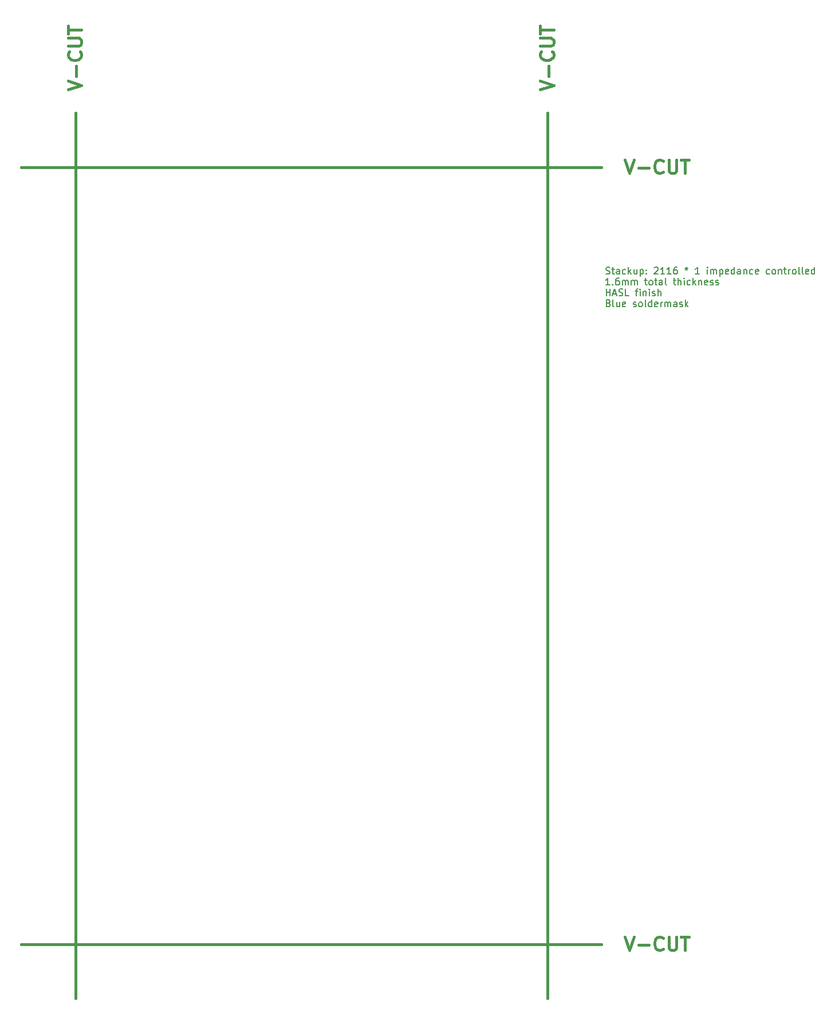
<source format=gbr>
G04 #@! TF.GenerationSoftware,KiCad,Pcbnew,6.0.11+dfsg-1*
G04 #@! TF.CreationDate,2023-09-07T21:49:32+01:00*
G04 #@! TF.ProjectId,low-noise-power-probe-panel,6c6f772d-6e6f-4697-9365-2d706f776572,rev?*
G04 #@! TF.SameCoordinates,Original*
G04 #@! TF.FileFunction,Other,Comment*
%FSLAX46Y46*%
G04 Gerber Fmt 4.6, Leading zero omitted, Abs format (unit mm)*
G04 Created by KiCad (PCBNEW 6.0.11+dfsg-1) date 2023-09-07 21:49:32*
%MOMM*%
%LPD*%
G01*
G04 APERTURE LIST*
%ADD10C,0.400000*%
%ADD11C,0.150000*%
G04 APERTURE END LIST*
D10*
X167100000Y-139800000D02*
X252900000Y-139800000D01*
X167100000Y-25000000D02*
X252900000Y-25000000D01*
X244900000Y-17000000D02*
X244900000Y-147800000D01*
X175100000Y-17000000D02*
X175100000Y-147800000D01*
X174004761Y-13549523D02*
X176004761Y-12882857D01*
X174004761Y-12216190D01*
X175242857Y-11549523D02*
X175242857Y-10025714D01*
X175814285Y-7930476D02*
X175909523Y-8025714D01*
X176004761Y-8311428D01*
X176004761Y-8501904D01*
X175909523Y-8787619D01*
X175719047Y-8978095D01*
X175528571Y-9073333D01*
X175147619Y-9168571D01*
X174861904Y-9168571D01*
X174480952Y-9073333D01*
X174290476Y-8978095D01*
X174100000Y-8787619D01*
X174004761Y-8501904D01*
X174004761Y-8311428D01*
X174100000Y-8025714D01*
X174195238Y-7930476D01*
X174004761Y-7073333D02*
X175623809Y-7073333D01*
X175814285Y-6978095D01*
X175909523Y-6882857D01*
X176004761Y-6692380D01*
X176004761Y-6311428D01*
X175909523Y-6120952D01*
X175814285Y-6025714D01*
X175623809Y-5930476D01*
X174004761Y-5930476D01*
X174004761Y-5263809D02*
X174004761Y-4120952D01*
X176004761Y-4692380D02*
X174004761Y-4692380D01*
D11*
X253537976Y-40739761D02*
X253680833Y-40787380D01*
X253918928Y-40787380D01*
X254014166Y-40739761D01*
X254061785Y-40692142D01*
X254109404Y-40596904D01*
X254109404Y-40501666D01*
X254061785Y-40406428D01*
X254014166Y-40358809D01*
X253918928Y-40311190D01*
X253728452Y-40263571D01*
X253633214Y-40215952D01*
X253585595Y-40168333D01*
X253537976Y-40073095D01*
X253537976Y-39977857D01*
X253585595Y-39882619D01*
X253633214Y-39835000D01*
X253728452Y-39787380D01*
X253966547Y-39787380D01*
X254109404Y-39835000D01*
X254395119Y-40120714D02*
X254776071Y-40120714D01*
X254537976Y-39787380D02*
X254537976Y-40644523D01*
X254585595Y-40739761D01*
X254680833Y-40787380D01*
X254776071Y-40787380D01*
X255537976Y-40787380D02*
X255537976Y-40263571D01*
X255490357Y-40168333D01*
X255395119Y-40120714D01*
X255204642Y-40120714D01*
X255109404Y-40168333D01*
X255537976Y-40739761D02*
X255442738Y-40787380D01*
X255204642Y-40787380D01*
X255109404Y-40739761D01*
X255061785Y-40644523D01*
X255061785Y-40549285D01*
X255109404Y-40454047D01*
X255204642Y-40406428D01*
X255442738Y-40406428D01*
X255537976Y-40358809D01*
X256442738Y-40739761D02*
X256347500Y-40787380D01*
X256157023Y-40787380D01*
X256061785Y-40739761D01*
X256014166Y-40692142D01*
X255966547Y-40596904D01*
X255966547Y-40311190D01*
X256014166Y-40215952D01*
X256061785Y-40168333D01*
X256157023Y-40120714D01*
X256347500Y-40120714D01*
X256442738Y-40168333D01*
X256871309Y-40787380D02*
X256871309Y-39787380D01*
X256966547Y-40406428D02*
X257252261Y-40787380D01*
X257252261Y-40120714D02*
X256871309Y-40501666D01*
X258109404Y-40120714D02*
X258109404Y-40787380D01*
X257680833Y-40120714D02*
X257680833Y-40644523D01*
X257728452Y-40739761D01*
X257823690Y-40787380D01*
X257966547Y-40787380D01*
X258061785Y-40739761D01*
X258109404Y-40692142D01*
X258585595Y-40120714D02*
X258585595Y-41120714D01*
X258585595Y-40168333D02*
X258680833Y-40120714D01*
X258871309Y-40120714D01*
X258966547Y-40168333D01*
X259014166Y-40215952D01*
X259061785Y-40311190D01*
X259061785Y-40596904D01*
X259014166Y-40692142D01*
X258966547Y-40739761D01*
X258871309Y-40787380D01*
X258680833Y-40787380D01*
X258585595Y-40739761D01*
X259490357Y-40692142D02*
X259537976Y-40739761D01*
X259490357Y-40787380D01*
X259442738Y-40739761D01*
X259490357Y-40692142D01*
X259490357Y-40787380D01*
X259490357Y-40168333D02*
X259537976Y-40215952D01*
X259490357Y-40263571D01*
X259442738Y-40215952D01*
X259490357Y-40168333D01*
X259490357Y-40263571D01*
X260680833Y-39882619D02*
X260728452Y-39835000D01*
X260823690Y-39787380D01*
X261061785Y-39787380D01*
X261157023Y-39835000D01*
X261204642Y-39882619D01*
X261252261Y-39977857D01*
X261252261Y-40073095D01*
X261204642Y-40215952D01*
X260633214Y-40787380D01*
X261252261Y-40787380D01*
X262204642Y-40787380D02*
X261633214Y-40787380D01*
X261918928Y-40787380D02*
X261918928Y-39787380D01*
X261823690Y-39930238D01*
X261728452Y-40025476D01*
X261633214Y-40073095D01*
X263157023Y-40787380D02*
X262585595Y-40787380D01*
X262871309Y-40787380D02*
X262871309Y-39787380D01*
X262776071Y-39930238D01*
X262680833Y-40025476D01*
X262585595Y-40073095D01*
X264014166Y-39787380D02*
X263823690Y-39787380D01*
X263728452Y-39835000D01*
X263680833Y-39882619D01*
X263585595Y-40025476D01*
X263537976Y-40215952D01*
X263537976Y-40596904D01*
X263585595Y-40692142D01*
X263633214Y-40739761D01*
X263728452Y-40787380D01*
X263918928Y-40787380D01*
X264014166Y-40739761D01*
X264061785Y-40692142D01*
X264109404Y-40596904D01*
X264109404Y-40358809D01*
X264061785Y-40263571D01*
X264014166Y-40215952D01*
X263918928Y-40168333D01*
X263728452Y-40168333D01*
X263633214Y-40215952D01*
X263585595Y-40263571D01*
X263537976Y-40358809D01*
X265442738Y-39787380D02*
X265442738Y-40025476D01*
X265204642Y-39930238D02*
X265442738Y-40025476D01*
X265680833Y-39930238D01*
X265299880Y-40215952D02*
X265442738Y-40025476D01*
X265585595Y-40215952D01*
X267347500Y-40787380D02*
X266776071Y-40787380D01*
X267061785Y-40787380D02*
X267061785Y-39787380D01*
X266966547Y-39930238D01*
X266871309Y-40025476D01*
X266776071Y-40073095D01*
X268537976Y-40787380D02*
X268537976Y-40120714D01*
X268537976Y-39787380D02*
X268490357Y-39835000D01*
X268537976Y-39882619D01*
X268585595Y-39835000D01*
X268537976Y-39787380D01*
X268537976Y-39882619D01*
X269014166Y-40787380D02*
X269014166Y-40120714D01*
X269014166Y-40215952D02*
X269061785Y-40168333D01*
X269157023Y-40120714D01*
X269299880Y-40120714D01*
X269395119Y-40168333D01*
X269442738Y-40263571D01*
X269442738Y-40787380D01*
X269442738Y-40263571D02*
X269490357Y-40168333D01*
X269585595Y-40120714D01*
X269728452Y-40120714D01*
X269823690Y-40168333D01*
X269871309Y-40263571D01*
X269871309Y-40787380D01*
X270347500Y-40120714D02*
X270347500Y-41120714D01*
X270347500Y-40168333D02*
X270442738Y-40120714D01*
X270633214Y-40120714D01*
X270728452Y-40168333D01*
X270776071Y-40215952D01*
X270823690Y-40311190D01*
X270823690Y-40596904D01*
X270776071Y-40692142D01*
X270728452Y-40739761D01*
X270633214Y-40787380D01*
X270442738Y-40787380D01*
X270347500Y-40739761D01*
X271633214Y-40739761D02*
X271537976Y-40787380D01*
X271347500Y-40787380D01*
X271252261Y-40739761D01*
X271204642Y-40644523D01*
X271204642Y-40263571D01*
X271252261Y-40168333D01*
X271347500Y-40120714D01*
X271537976Y-40120714D01*
X271633214Y-40168333D01*
X271680833Y-40263571D01*
X271680833Y-40358809D01*
X271204642Y-40454047D01*
X272537976Y-40787380D02*
X272537976Y-39787380D01*
X272537976Y-40739761D02*
X272442738Y-40787380D01*
X272252261Y-40787380D01*
X272157023Y-40739761D01*
X272109404Y-40692142D01*
X272061785Y-40596904D01*
X272061785Y-40311190D01*
X272109404Y-40215952D01*
X272157023Y-40168333D01*
X272252261Y-40120714D01*
X272442738Y-40120714D01*
X272537976Y-40168333D01*
X273442738Y-40787380D02*
X273442738Y-40263571D01*
X273395119Y-40168333D01*
X273299880Y-40120714D01*
X273109404Y-40120714D01*
X273014166Y-40168333D01*
X273442738Y-40739761D02*
X273347500Y-40787380D01*
X273109404Y-40787380D01*
X273014166Y-40739761D01*
X272966547Y-40644523D01*
X272966547Y-40549285D01*
X273014166Y-40454047D01*
X273109404Y-40406428D01*
X273347500Y-40406428D01*
X273442738Y-40358809D01*
X273918928Y-40120714D02*
X273918928Y-40787380D01*
X273918928Y-40215952D02*
X273966547Y-40168333D01*
X274061785Y-40120714D01*
X274204642Y-40120714D01*
X274299880Y-40168333D01*
X274347500Y-40263571D01*
X274347500Y-40787380D01*
X275252261Y-40739761D02*
X275157023Y-40787380D01*
X274966547Y-40787380D01*
X274871309Y-40739761D01*
X274823690Y-40692142D01*
X274776071Y-40596904D01*
X274776071Y-40311190D01*
X274823690Y-40215952D01*
X274871309Y-40168333D01*
X274966547Y-40120714D01*
X275157023Y-40120714D01*
X275252261Y-40168333D01*
X276061785Y-40739761D02*
X275966547Y-40787380D01*
X275776071Y-40787380D01*
X275680833Y-40739761D01*
X275633214Y-40644523D01*
X275633214Y-40263571D01*
X275680833Y-40168333D01*
X275776071Y-40120714D01*
X275966547Y-40120714D01*
X276061785Y-40168333D01*
X276109404Y-40263571D01*
X276109404Y-40358809D01*
X275633214Y-40454047D01*
X277728452Y-40739761D02*
X277633214Y-40787380D01*
X277442738Y-40787380D01*
X277347500Y-40739761D01*
X277299880Y-40692142D01*
X277252261Y-40596904D01*
X277252261Y-40311190D01*
X277299880Y-40215952D01*
X277347500Y-40168333D01*
X277442738Y-40120714D01*
X277633214Y-40120714D01*
X277728452Y-40168333D01*
X278299880Y-40787380D02*
X278204642Y-40739761D01*
X278157023Y-40692142D01*
X278109404Y-40596904D01*
X278109404Y-40311190D01*
X278157023Y-40215952D01*
X278204642Y-40168333D01*
X278299880Y-40120714D01*
X278442738Y-40120714D01*
X278537976Y-40168333D01*
X278585595Y-40215952D01*
X278633214Y-40311190D01*
X278633214Y-40596904D01*
X278585595Y-40692142D01*
X278537976Y-40739761D01*
X278442738Y-40787380D01*
X278299880Y-40787380D01*
X279061785Y-40120714D02*
X279061785Y-40787380D01*
X279061785Y-40215952D02*
X279109404Y-40168333D01*
X279204642Y-40120714D01*
X279347500Y-40120714D01*
X279442738Y-40168333D01*
X279490357Y-40263571D01*
X279490357Y-40787380D01*
X279823690Y-40120714D02*
X280204642Y-40120714D01*
X279966547Y-39787380D02*
X279966547Y-40644523D01*
X280014166Y-40739761D01*
X280109404Y-40787380D01*
X280204642Y-40787380D01*
X280537976Y-40787380D02*
X280537976Y-40120714D01*
X280537976Y-40311190D02*
X280585595Y-40215952D01*
X280633214Y-40168333D01*
X280728452Y-40120714D01*
X280823690Y-40120714D01*
X281299880Y-40787380D02*
X281204642Y-40739761D01*
X281157023Y-40692142D01*
X281109404Y-40596904D01*
X281109404Y-40311190D01*
X281157023Y-40215952D01*
X281204642Y-40168333D01*
X281299880Y-40120714D01*
X281442738Y-40120714D01*
X281537976Y-40168333D01*
X281585595Y-40215952D01*
X281633214Y-40311190D01*
X281633214Y-40596904D01*
X281585595Y-40692142D01*
X281537976Y-40739761D01*
X281442738Y-40787380D01*
X281299880Y-40787380D01*
X282204642Y-40787380D02*
X282109404Y-40739761D01*
X282061785Y-40644523D01*
X282061785Y-39787380D01*
X282728452Y-40787380D02*
X282633214Y-40739761D01*
X282585595Y-40644523D01*
X282585595Y-39787380D01*
X283490357Y-40739761D02*
X283395119Y-40787380D01*
X283204642Y-40787380D01*
X283109404Y-40739761D01*
X283061785Y-40644523D01*
X283061785Y-40263571D01*
X283109404Y-40168333D01*
X283204642Y-40120714D01*
X283395119Y-40120714D01*
X283490357Y-40168333D01*
X283537976Y-40263571D01*
X283537976Y-40358809D01*
X283061785Y-40454047D01*
X284395119Y-40787380D02*
X284395119Y-39787380D01*
X284395119Y-40739761D02*
X284299880Y-40787380D01*
X284109404Y-40787380D01*
X284014166Y-40739761D01*
X283966547Y-40692142D01*
X283918928Y-40596904D01*
X283918928Y-40311190D01*
X283966547Y-40215952D01*
X284014166Y-40168333D01*
X284109404Y-40120714D01*
X284299880Y-40120714D01*
X284395119Y-40168333D01*
X254109404Y-42397380D02*
X253537976Y-42397380D01*
X253823690Y-42397380D02*
X253823690Y-41397380D01*
X253728452Y-41540238D01*
X253633214Y-41635476D01*
X253537976Y-41683095D01*
X254537976Y-42302142D02*
X254585595Y-42349761D01*
X254537976Y-42397380D01*
X254490357Y-42349761D01*
X254537976Y-42302142D01*
X254537976Y-42397380D01*
X255442738Y-41397380D02*
X255252261Y-41397380D01*
X255157023Y-41445000D01*
X255109404Y-41492619D01*
X255014166Y-41635476D01*
X254966547Y-41825952D01*
X254966547Y-42206904D01*
X255014166Y-42302142D01*
X255061785Y-42349761D01*
X255157023Y-42397380D01*
X255347500Y-42397380D01*
X255442738Y-42349761D01*
X255490357Y-42302142D01*
X255537976Y-42206904D01*
X255537976Y-41968809D01*
X255490357Y-41873571D01*
X255442738Y-41825952D01*
X255347500Y-41778333D01*
X255157023Y-41778333D01*
X255061785Y-41825952D01*
X255014166Y-41873571D01*
X254966547Y-41968809D01*
X255966547Y-42397380D02*
X255966547Y-41730714D01*
X255966547Y-41825952D02*
X256014166Y-41778333D01*
X256109404Y-41730714D01*
X256252261Y-41730714D01*
X256347500Y-41778333D01*
X256395119Y-41873571D01*
X256395119Y-42397380D01*
X256395119Y-41873571D02*
X256442738Y-41778333D01*
X256537976Y-41730714D01*
X256680833Y-41730714D01*
X256776071Y-41778333D01*
X256823690Y-41873571D01*
X256823690Y-42397380D01*
X257299880Y-42397380D02*
X257299880Y-41730714D01*
X257299880Y-41825952D02*
X257347500Y-41778333D01*
X257442738Y-41730714D01*
X257585595Y-41730714D01*
X257680833Y-41778333D01*
X257728452Y-41873571D01*
X257728452Y-42397380D01*
X257728452Y-41873571D02*
X257776071Y-41778333D01*
X257871309Y-41730714D01*
X258014166Y-41730714D01*
X258109404Y-41778333D01*
X258157023Y-41873571D01*
X258157023Y-42397380D01*
X259252261Y-41730714D02*
X259633214Y-41730714D01*
X259395119Y-41397380D02*
X259395119Y-42254523D01*
X259442738Y-42349761D01*
X259537976Y-42397380D01*
X259633214Y-42397380D01*
X260109404Y-42397380D02*
X260014166Y-42349761D01*
X259966547Y-42302142D01*
X259918928Y-42206904D01*
X259918928Y-41921190D01*
X259966547Y-41825952D01*
X260014166Y-41778333D01*
X260109404Y-41730714D01*
X260252261Y-41730714D01*
X260347500Y-41778333D01*
X260395119Y-41825952D01*
X260442738Y-41921190D01*
X260442738Y-42206904D01*
X260395119Y-42302142D01*
X260347500Y-42349761D01*
X260252261Y-42397380D01*
X260109404Y-42397380D01*
X260728452Y-41730714D02*
X261109404Y-41730714D01*
X260871309Y-41397380D02*
X260871309Y-42254523D01*
X260918928Y-42349761D01*
X261014166Y-42397380D01*
X261109404Y-42397380D01*
X261871309Y-42397380D02*
X261871309Y-41873571D01*
X261823690Y-41778333D01*
X261728452Y-41730714D01*
X261537976Y-41730714D01*
X261442738Y-41778333D01*
X261871309Y-42349761D02*
X261776071Y-42397380D01*
X261537976Y-42397380D01*
X261442738Y-42349761D01*
X261395119Y-42254523D01*
X261395119Y-42159285D01*
X261442738Y-42064047D01*
X261537976Y-42016428D01*
X261776071Y-42016428D01*
X261871309Y-41968809D01*
X262490357Y-42397380D02*
X262395119Y-42349761D01*
X262347500Y-42254523D01*
X262347500Y-41397380D01*
X263490357Y-41730714D02*
X263871309Y-41730714D01*
X263633214Y-41397380D02*
X263633214Y-42254523D01*
X263680833Y-42349761D01*
X263776071Y-42397380D01*
X263871309Y-42397380D01*
X264204642Y-42397380D02*
X264204642Y-41397380D01*
X264633214Y-42397380D02*
X264633214Y-41873571D01*
X264585595Y-41778333D01*
X264490357Y-41730714D01*
X264347500Y-41730714D01*
X264252261Y-41778333D01*
X264204642Y-41825952D01*
X265109404Y-42397380D02*
X265109404Y-41730714D01*
X265109404Y-41397380D02*
X265061785Y-41445000D01*
X265109404Y-41492619D01*
X265157023Y-41445000D01*
X265109404Y-41397380D01*
X265109404Y-41492619D01*
X266014166Y-42349761D02*
X265918928Y-42397380D01*
X265728452Y-42397380D01*
X265633214Y-42349761D01*
X265585595Y-42302142D01*
X265537976Y-42206904D01*
X265537976Y-41921190D01*
X265585595Y-41825952D01*
X265633214Y-41778333D01*
X265728452Y-41730714D01*
X265918928Y-41730714D01*
X266014166Y-41778333D01*
X266442738Y-42397380D02*
X266442738Y-41397380D01*
X266537976Y-42016428D02*
X266823690Y-42397380D01*
X266823690Y-41730714D02*
X266442738Y-42111666D01*
X267252261Y-41730714D02*
X267252261Y-42397380D01*
X267252261Y-41825952D02*
X267299880Y-41778333D01*
X267395119Y-41730714D01*
X267537976Y-41730714D01*
X267633214Y-41778333D01*
X267680833Y-41873571D01*
X267680833Y-42397380D01*
X268537976Y-42349761D02*
X268442738Y-42397380D01*
X268252261Y-42397380D01*
X268157023Y-42349761D01*
X268109404Y-42254523D01*
X268109404Y-41873571D01*
X268157023Y-41778333D01*
X268252261Y-41730714D01*
X268442738Y-41730714D01*
X268537976Y-41778333D01*
X268585595Y-41873571D01*
X268585595Y-41968809D01*
X268109404Y-42064047D01*
X268966547Y-42349761D02*
X269061785Y-42397380D01*
X269252261Y-42397380D01*
X269347500Y-42349761D01*
X269395119Y-42254523D01*
X269395119Y-42206904D01*
X269347500Y-42111666D01*
X269252261Y-42064047D01*
X269109404Y-42064047D01*
X269014166Y-42016428D01*
X268966547Y-41921190D01*
X268966547Y-41873571D01*
X269014166Y-41778333D01*
X269109404Y-41730714D01*
X269252261Y-41730714D01*
X269347500Y-41778333D01*
X269776071Y-42349761D02*
X269871309Y-42397380D01*
X270061785Y-42397380D01*
X270157023Y-42349761D01*
X270204642Y-42254523D01*
X270204642Y-42206904D01*
X270157023Y-42111666D01*
X270061785Y-42064047D01*
X269918928Y-42064047D01*
X269823690Y-42016428D01*
X269776071Y-41921190D01*
X269776071Y-41873571D01*
X269823690Y-41778333D01*
X269918928Y-41730714D01*
X270061785Y-41730714D01*
X270157023Y-41778333D01*
X253585595Y-44007380D02*
X253585595Y-43007380D01*
X253585595Y-43483571D02*
X254157023Y-43483571D01*
X254157023Y-44007380D02*
X254157023Y-43007380D01*
X254585595Y-43721666D02*
X255061785Y-43721666D01*
X254490357Y-44007380D02*
X254823690Y-43007380D01*
X255157023Y-44007380D01*
X255442738Y-43959761D02*
X255585595Y-44007380D01*
X255823690Y-44007380D01*
X255918928Y-43959761D01*
X255966547Y-43912142D01*
X256014166Y-43816904D01*
X256014166Y-43721666D01*
X255966547Y-43626428D01*
X255918928Y-43578809D01*
X255823690Y-43531190D01*
X255633214Y-43483571D01*
X255537976Y-43435952D01*
X255490357Y-43388333D01*
X255442738Y-43293095D01*
X255442738Y-43197857D01*
X255490357Y-43102619D01*
X255537976Y-43055000D01*
X255633214Y-43007380D01*
X255871309Y-43007380D01*
X256014166Y-43055000D01*
X256918928Y-44007380D02*
X256442738Y-44007380D01*
X256442738Y-43007380D01*
X257871309Y-43340714D02*
X258252261Y-43340714D01*
X258014166Y-44007380D02*
X258014166Y-43150238D01*
X258061785Y-43055000D01*
X258157023Y-43007380D01*
X258252261Y-43007380D01*
X258585595Y-44007380D02*
X258585595Y-43340714D01*
X258585595Y-43007380D02*
X258537976Y-43055000D01*
X258585595Y-43102619D01*
X258633214Y-43055000D01*
X258585595Y-43007380D01*
X258585595Y-43102619D01*
X259061785Y-43340714D02*
X259061785Y-44007380D01*
X259061785Y-43435952D02*
X259109404Y-43388333D01*
X259204642Y-43340714D01*
X259347500Y-43340714D01*
X259442738Y-43388333D01*
X259490357Y-43483571D01*
X259490357Y-44007380D01*
X259966547Y-44007380D02*
X259966547Y-43340714D01*
X259966547Y-43007380D02*
X259918928Y-43055000D01*
X259966547Y-43102619D01*
X260014166Y-43055000D01*
X259966547Y-43007380D01*
X259966547Y-43102619D01*
X260395119Y-43959761D02*
X260490357Y-44007380D01*
X260680833Y-44007380D01*
X260776071Y-43959761D01*
X260823690Y-43864523D01*
X260823690Y-43816904D01*
X260776071Y-43721666D01*
X260680833Y-43674047D01*
X260537976Y-43674047D01*
X260442738Y-43626428D01*
X260395119Y-43531190D01*
X260395119Y-43483571D01*
X260442738Y-43388333D01*
X260537976Y-43340714D01*
X260680833Y-43340714D01*
X260776071Y-43388333D01*
X261252261Y-44007380D02*
X261252261Y-43007380D01*
X261680833Y-44007380D02*
X261680833Y-43483571D01*
X261633214Y-43388333D01*
X261537976Y-43340714D01*
X261395119Y-43340714D01*
X261299880Y-43388333D01*
X261252261Y-43435952D01*
X253918928Y-45093571D02*
X254061785Y-45141190D01*
X254109404Y-45188809D01*
X254157023Y-45284047D01*
X254157023Y-45426904D01*
X254109404Y-45522142D01*
X254061785Y-45569761D01*
X253966547Y-45617380D01*
X253585595Y-45617380D01*
X253585595Y-44617380D01*
X253918928Y-44617380D01*
X254014166Y-44665000D01*
X254061785Y-44712619D01*
X254109404Y-44807857D01*
X254109404Y-44903095D01*
X254061785Y-44998333D01*
X254014166Y-45045952D01*
X253918928Y-45093571D01*
X253585595Y-45093571D01*
X254728452Y-45617380D02*
X254633214Y-45569761D01*
X254585595Y-45474523D01*
X254585595Y-44617380D01*
X255537976Y-44950714D02*
X255537976Y-45617380D01*
X255109404Y-44950714D02*
X255109404Y-45474523D01*
X255157023Y-45569761D01*
X255252261Y-45617380D01*
X255395119Y-45617380D01*
X255490357Y-45569761D01*
X255537976Y-45522142D01*
X256395119Y-45569761D02*
X256299880Y-45617380D01*
X256109404Y-45617380D01*
X256014166Y-45569761D01*
X255966547Y-45474523D01*
X255966547Y-45093571D01*
X256014166Y-44998333D01*
X256109404Y-44950714D01*
X256299880Y-44950714D01*
X256395119Y-44998333D01*
X256442738Y-45093571D01*
X256442738Y-45188809D01*
X255966547Y-45284047D01*
X257585595Y-45569761D02*
X257680833Y-45617380D01*
X257871309Y-45617380D01*
X257966547Y-45569761D01*
X258014166Y-45474523D01*
X258014166Y-45426904D01*
X257966547Y-45331666D01*
X257871309Y-45284047D01*
X257728452Y-45284047D01*
X257633214Y-45236428D01*
X257585595Y-45141190D01*
X257585595Y-45093571D01*
X257633214Y-44998333D01*
X257728452Y-44950714D01*
X257871309Y-44950714D01*
X257966547Y-44998333D01*
X258585595Y-45617380D02*
X258490357Y-45569761D01*
X258442738Y-45522142D01*
X258395119Y-45426904D01*
X258395119Y-45141190D01*
X258442738Y-45045952D01*
X258490357Y-44998333D01*
X258585595Y-44950714D01*
X258728452Y-44950714D01*
X258823690Y-44998333D01*
X258871309Y-45045952D01*
X258918928Y-45141190D01*
X258918928Y-45426904D01*
X258871309Y-45522142D01*
X258823690Y-45569761D01*
X258728452Y-45617380D01*
X258585595Y-45617380D01*
X259490357Y-45617380D02*
X259395119Y-45569761D01*
X259347500Y-45474523D01*
X259347500Y-44617380D01*
X260299880Y-45617380D02*
X260299880Y-44617380D01*
X260299880Y-45569761D02*
X260204642Y-45617380D01*
X260014166Y-45617380D01*
X259918928Y-45569761D01*
X259871309Y-45522142D01*
X259823690Y-45426904D01*
X259823690Y-45141190D01*
X259871309Y-45045952D01*
X259918928Y-44998333D01*
X260014166Y-44950714D01*
X260204642Y-44950714D01*
X260299880Y-44998333D01*
X261157023Y-45569761D02*
X261061785Y-45617380D01*
X260871309Y-45617380D01*
X260776071Y-45569761D01*
X260728452Y-45474523D01*
X260728452Y-45093571D01*
X260776071Y-44998333D01*
X260871309Y-44950714D01*
X261061785Y-44950714D01*
X261157023Y-44998333D01*
X261204642Y-45093571D01*
X261204642Y-45188809D01*
X260728452Y-45284047D01*
X261633214Y-45617380D02*
X261633214Y-44950714D01*
X261633214Y-45141190D02*
X261680833Y-45045952D01*
X261728452Y-44998333D01*
X261823690Y-44950714D01*
X261918928Y-44950714D01*
X262252261Y-45617380D02*
X262252261Y-44950714D01*
X262252261Y-45045952D02*
X262299880Y-44998333D01*
X262395119Y-44950714D01*
X262537976Y-44950714D01*
X262633214Y-44998333D01*
X262680833Y-45093571D01*
X262680833Y-45617380D01*
X262680833Y-45093571D02*
X262728452Y-44998333D01*
X262823690Y-44950714D01*
X262966547Y-44950714D01*
X263061785Y-44998333D01*
X263109404Y-45093571D01*
X263109404Y-45617380D01*
X264014166Y-45617380D02*
X264014166Y-45093571D01*
X263966547Y-44998333D01*
X263871309Y-44950714D01*
X263680833Y-44950714D01*
X263585595Y-44998333D01*
X264014166Y-45569761D02*
X263918928Y-45617380D01*
X263680833Y-45617380D01*
X263585595Y-45569761D01*
X263537976Y-45474523D01*
X263537976Y-45379285D01*
X263585595Y-45284047D01*
X263680833Y-45236428D01*
X263918928Y-45236428D01*
X264014166Y-45188809D01*
X264442738Y-45569761D02*
X264537976Y-45617380D01*
X264728452Y-45617380D01*
X264823690Y-45569761D01*
X264871309Y-45474523D01*
X264871309Y-45426904D01*
X264823690Y-45331666D01*
X264728452Y-45284047D01*
X264585595Y-45284047D01*
X264490357Y-45236428D01*
X264442738Y-45141190D01*
X264442738Y-45093571D01*
X264490357Y-44998333D01*
X264585595Y-44950714D01*
X264728452Y-44950714D01*
X264823690Y-44998333D01*
X265299880Y-45617380D02*
X265299880Y-44617380D01*
X265395119Y-45236428D02*
X265680833Y-45617380D01*
X265680833Y-44950714D02*
X265299880Y-45331666D01*
D10*
X243804761Y-13549523D02*
X245804761Y-12882857D01*
X243804761Y-12216190D01*
X245042857Y-11549523D02*
X245042857Y-10025714D01*
X245614285Y-7930476D02*
X245709523Y-8025714D01*
X245804761Y-8311428D01*
X245804761Y-8501904D01*
X245709523Y-8787619D01*
X245519047Y-8978095D01*
X245328571Y-9073333D01*
X244947619Y-9168571D01*
X244661904Y-9168571D01*
X244280952Y-9073333D01*
X244090476Y-8978095D01*
X243900000Y-8787619D01*
X243804761Y-8501904D01*
X243804761Y-8311428D01*
X243900000Y-8025714D01*
X243995238Y-7930476D01*
X243804761Y-7073333D02*
X245423809Y-7073333D01*
X245614285Y-6978095D01*
X245709523Y-6882857D01*
X245804761Y-6692380D01*
X245804761Y-6311428D01*
X245709523Y-6120952D01*
X245614285Y-6025714D01*
X245423809Y-5930476D01*
X243804761Y-5930476D01*
X243804761Y-5263809D02*
X243804761Y-4120952D01*
X245804761Y-4692380D02*
X243804761Y-4692380D01*
X256350476Y-23904761D02*
X257017142Y-25904761D01*
X257683809Y-23904761D01*
X258350476Y-25142857D02*
X259874285Y-25142857D01*
X261969523Y-25714285D02*
X261874285Y-25809523D01*
X261588571Y-25904761D01*
X261398095Y-25904761D01*
X261112380Y-25809523D01*
X260921904Y-25619047D01*
X260826666Y-25428571D01*
X260731428Y-25047619D01*
X260731428Y-24761904D01*
X260826666Y-24380952D01*
X260921904Y-24190476D01*
X261112380Y-24000000D01*
X261398095Y-23904761D01*
X261588571Y-23904761D01*
X261874285Y-24000000D01*
X261969523Y-24095238D01*
X262826666Y-23904761D02*
X262826666Y-25523809D01*
X262921904Y-25714285D01*
X263017142Y-25809523D01*
X263207619Y-25904761D01*
X263588571Y-25904761D01*
X263779047Y-25809523D01*
X263874285Y-25714285D01*
X263969523Y-25523809D01*
X263969523Y-23904761D01*
X264636190Y-23904761D02*
X265779047Y-23904761D01*
X265207619Y-25904761D02*
X265207619Y-23904761D01*
X256350476Y-138704761D02*
X257017142Y-140704761D01*
X257683809Y-138704761D01*
X258350476Y-139942857D02*
X259874285Y-139942857D01*
X261969523Y-140514285D02*
X261874285Y-140609523D01*
X261588571Y-140704761D01*
X261398095Y-140704761D01*
X261112380Y-140609523D01*
X260921904Y-140419047D01*
X260826666Y-140228571D01*
X260731428Y-139847619D01*
X260731428Y-139561904D01*
X260826666Y-139180952D01*
X260921904Y-138990476D01*
X261112380Y-138800000D01*
X261398095Y-138704761D01*
X261588571Y-138704761D01*
X261874285Y-138800000D01*
X261969523Y-138895238D01*
X262826666Y-138704761D02*
X262826666Y-140323809D01*
X262921904Y-140514285D01*
X263017142Y-140609523D01*
X263207619Y-140704761D01*
X263588571Y-140704761D01*
X263779047Y-140609523D01*
X263874285Y-140514285D01*
X263969523Y-140323809D01*
X263969523Y-138704761D01*
X264636190Y-138704761D02*
X265779047Y-138704761D01*
X265207619Y-140704761D02*
X265207619Y-138704761D01*
M02*

</source>
